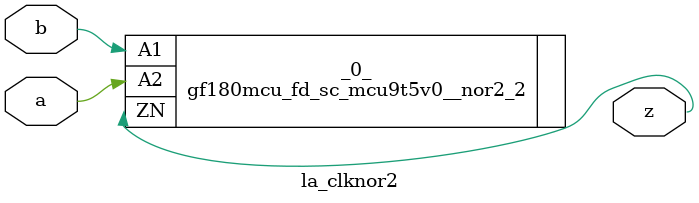
<source format=v>
/* Generated by Yosys 0.37 (git sha1 a5c7f69ed, clang 14.0.0-1ubuntu1.1 -fPIC -Os) */

module la_clknor2(a, b, z);
  input a;
  wire a;
  input b;
  wire b;
  output z;
  wire z;
  gf180mcu_fd_sc_mcu9t5v0__nor2_2 _0_ (
    .A1(b),
    .A2(a),
    .ZN(z)
  );
endmodule

</source>
